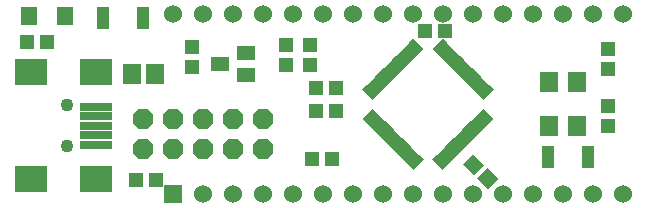
<source format=gts>
G75*
G70*
%OFA0B0*%
%FSLAX24Y24*%
%IPPOS*%
%LPD*%
%AMOC8*
5,1,8,0,0,1.08239X$1,22.5*
%
%ADD10R,0.0480X0.0200*%
%ADD11R,0.0200X0.0480*%
%ADD12R,0.0474X0.0513*%
%ADD13R,0.0513X0.0474*%
%ADD14R,0.0600X0.0600*%
%ADD15C,0.0600*%
%ADD16R,0.0592X0.0671*%
%ADD17R,0.0592X0.0710*%
%ADD18R,0.1064X0.0277*%
%ADD19R,0.1064X0.0867*%
%ADD20C,0.0434*%
%ADD21R,0.0631X0.0474*%
%ADD22OC8,0.0680*%
%ADD23R,0.0395X0.0749*%
%ADD24R,0.0552X0.0631*%
D10*
G36*
X012809Y004106D02*
X012471Y003768D01*
X012329Y003910D01*
X012667Y004248D01*
X012809Y004106D01*
G37*
G36*
X012951Y003965D02*
X012613Y003627D01*
X012471Y003769D01*
X012809Y004107D01*
X012951Y003965D01*
G37*
G36*
X013092Y003823D02*
X012754Y003485D01*
X012612Y003627D01*
X012950Y003965D01*
X013092Y003823D01*
G37*
G36*
X013234Y003682D02*
X012896Y003344D01*
X012754Y003486D01*
X013092Y003824D01*
X013234Y003682D01*
G37*
G36*
X013375Y003540D02*
X013037Y003202D01*
X012895Y003344D01*
X013233Y003682D01*
X013375Y003540D01*
G37*
G36*
X013517Y003399D02*
X013179Y003061D01*
X013037Y003203D01*
X013375Y003541D01*
X013517Y003399D01*
G37*
G36*
X013658Y003258D02*
X013320Y002920D01*
X013178Y003062D01*
X013516Y003400D01*
X013658Y003258D01*
G37*
G36*
X013799Y003116D02*
X013461Y002778D01*
X013319Y002920D01*
X013657Y003258D01*
X013799Y003116D01*
G37*
G36*
X013941Y002975D02*
X013603Y002637D01*
X013461Y002779D01*
X013799Y003117D01*
X013941Y002975D01*
G37*
G36*
X014082Y002833D02*
X013744Y002495D01*
X013602Y002637D01*
X013940Y002975D01*
X014082Y002833D01*
G37*
G36*
X014224Y002692D02*
X013886Y002354D01*
X013744Y002496D01*
X014082Y002834D01*
X014224Y002692D01*
G37*
G36*
X014365Y002550D02*
X014027Y002212D01*
X013885Y002354D01*
X014223Y002692D01*
X014365Y002550D01*
G37*
G36*
X016699Y004884D02*
X016361Y004546D01*
X016219Y004688D01*
X016557Y005026D01*
X016699Y004884D01*
G37*
G36*
X016557Y005025D02*
X016219Y004687D01*
X016077Y004829D01*
X016415Y005167D01*
X016557Y005025D01*
G37*
G36*
X016416Y005167D02*
X016078Y004829D01*
X015936Y004971D01*
X016274Y005309D01*
X016416Y005167D01*
G37*
G36*
X016274Y005308D02*
X015936Y004970D01*
X015794Y005112D01*
X016132Y005450D01*
X016274Y005308D01*
G37*
G36*
X016133Y005450D02*
X015795Y005112D01*
X015653Y005254D01*
X015991Y005592D01*
X016133Y005450D01*
G37*
G36*
X015991Y005591D02*
X015653Y005253D01*
X015511Y005395D01*
X015849Y005733D01*
X015991Y005591D01*
G37*
G36*
X015850Y005732D02*
X015512Y005394D01*
X015370Y005536D01*
X015708Y005874D01*
X015850Y005732D01*
G37*
G36*
X015709Y005874D02*
X015371Y005536D01*
X015229Y005678D01*
X015567Y006016D01*
X015709Y005874D01*
G37*
G36*
X015567Y006015D02*
X015229Y005677D01*
X015087Y005819D01*
X015425Y006157D01*
X015567Y006015D01*
G37*
G36*
X015426Y006157D02*
X015088Y005819D01*
X014946Y005961D01*
X015284Y006299D01*
X015426Y006157D01*
G37*
G36*
X015284Y006298D02*
X014946Y005960D01*
X014804Y006102D01*
X015142Y006440D01*
X015284Y006298D01*
G37*
G36*
X015143Y006440D02*
X014805Y006102D01*
X014663Y006244D01*
X015001Y006582D01*
X015143Y006440D01*
G37*
D11*
G36*
X014365Y006244D02*
X014223Y006102D01*
X013885Y006440D01*
X014027Y006582D01*
X014365Y006244D01*
G37*
G36*
X014224Y006102D02*
X014082Y005960D01*
X013744Y006298D01*
X013886Y006440D01*
X014224Y006102D01*
G37*
G36*
X014082Y005961D02*
X013940Y005819D01*
X013602Y006157D01*
X013744Y006299D01*
X014082Y005961D01*
G37*
G36*
X013941Y005819D02*
X013799Y005677D01*
X013461Y006015D01*
X013603Y006157D01*
X013941Y005819D01*
G37*
G36*
X013799Y005678D02*
X013657Y005536D01*
X013319Y005874D01*
X013461Y006016D01*
X013799Y005678D01*
G37*
G36*
X013658Y005536D02*
X013516Y005394D01*
X013178Y005732D01*
X013320Y005874D01*
X013658Y005536D01*
G37*
G36*
X013517Y005395D02*
X013375Y005253D01*
X013037Y005591D01*
X013179Y005733D01*
X013517Y005395D01*
G37*
G36*
X013375Y005254D02*
X013233Y005112D01*
X012895Y005450D01*
X013037Y005592D01*
X013375Y005254D01*
G37*
G36*
X013234Y005112D02*
X013092Y004970D01*
X012754Y005308D01*
X012896Y005450D01*
X013234Y005112D01*
G37*
G36*
X013092Y004971D02*
X012950Y004829D01*
X012612Y005167D01*
X012754Y005309D01*
X013092Y004971D01*
G37*
G36*
X012951Y004829D02*
X012809Y004687D01*
X012471Y005025D01*
X012613Y005167D01*
X012951Y004829D01*
G37*
G36*
X012809Y004688D02*
X012667Y004546D01*
X012329Y004884D01*
X012471Y005026D01*
X012809Y004688D01*
G37*
G36*
X016133Y003344D02*
X015991Y003202D01*
X015653Y003540D01*
X015795Y003682D01*
X016133Y003344D01*
G37*
G36*
X016274Y003486D02*
X016132Y003344D01*
X015794Y003682D01*
X015936Y003824D01*
X016274Y003486D01*
G37*
G36*
X016416Y003627D02*
X016274Y003485D01*
X015936Y003823D01*
X016078Y003965D01*
X016416Y003627D01*
G37*
G36*
X016557Y003769D02*
X016415Y003627D01*
X016077Y003965D01*
X016219Y004107D01*
X016557Y003769D01*
G37*
G36*
X016699Y003910D02*
X016557Y003768D01*
X016219Y004106D01*
X016361Y004248D01*
X016699Y003910D01*
G37*
G36*
X015991Y003203D02*
X015849Y003061D01*
X015511Y003399D01*
X015653Y003541D01*
X015991Y003203D01*
G37*
G36*
X015850Y003062D02*
X015708Y002920D01*
X015370Y003258D01*
X015512Y003400D01*
X015850Y003062D01*
G37*
G36*
X015709Y002920D02*
X015567Y002778D01*
X015229Y003116D01*
X015371Y003258D01*
X015709Y002920D01*
G37*
G36*
X015567Y002779D02*
X015425Y002637D01*
X015087Y002975D01*
X015229Y003117D01*
X015567Y002779D01*
G37*
G36*
X015426Y002637D02*
X015284Y002495D01*
X014946Y002833D01*
X015088Y002975D01*
X015426Y002637D01*
G37*
G36*
X015284Y002496D02*
X015142Y002354D01*
X014804Y002692D01*
X014946Y002834D01*
X015284Y002496D01*
G37*
G36*
X015143Y002354D02*
X015001Y002212D01*
X014663Y002550D01*
X014805Y002692D01*
X015143Y002354D01*
G37*
D12*
X020514Y003662D03*
X020514Y004332D03*
X020514Y005562D03*
X020514Y006232D03*
X010574Y006372D03*
X009774Y006372D03*
X009774Y005702D03*
X010574Y005702D03*
X006634Y005642D03*
X006634Y006312D03*
D13*
X010779Y004937D03*
X011449Y004937D03*
X011449Y004177D03*
X010779Y004177D03*
X010659Y002557D03*
X011329Y002557D03*
G36*
X016050Y002046D02*
X015689Y002407D01*
X016024Y002742D01*
X016385Y002381D01*
X016050Y002046D01*
G37*
G36*
X016524Y001572D02*
X016163Y001933D01*
X016498Y002268D01*
X016859Y001907D01*
X016524Y001572D01*
G37*
X005449Y001857D03*
X004779Y001857D03*
X001809Y006457D03*
X001139Y006457D03*
X014399Y006837D03*
X015069Y006837D03*
D14*
X006014Y001397D03*
D15*
X007014Y001397D03*
X008014Y001397D03*
X009014Y001397D03*
X010014Y001397D03*
X011014Y001397D03*
X012014Y001397D03*
X013014Y001397D03*
X014014Y001397D03*
X015014Y001397D03*
X016014Y001397D03*
X017014Y001397D03*
X018014Y001397D03*
X019014Y001397D03*
X020014Y001397D03*
X021014Y001397D03*
X021014Y007397D03*
X020014Y007397D03*
X019014Y007397D03*
X018014Y007397D03*
X017014Y007397D03*
X016014Y007397D03*
X015014Y007397D03*
X014014Y007397D03*
X013014Y007397D03*
X012014Y007397D03*
X011014Y007397D03*
X010014Y007397D03*
X009014Y007397D03*
X008014Y007397D03*
X007014Y007397D03*
X006014Y007397D03*
D16*
X005408Y005397D03*
X004660Y005397D03*
D17*
X018561Y005145D03*
X019467Y005145D03*
X019467Y003649D03*
X018561Y003649D03*
D18*
X003458Y003677D03*
X003458Y003992D03*
X003458Y004307D03*
X003458Y003362D03*
X003458Y003047D03*
D19*
X001293Y001905D03*
X003458Y001905D03*
X003458Y005449D03*
X001293Y005449D03*
D20*
X002474Y004366D03*
X002474Y002988D03*
D21*
X008447Y005363D03*
X007581Y005737D03*
X008447Y006111D03*
D22*
X008014Y003897D03*
X009014Y003897D03*
X007014Y003897D03*
X006014Y003897D03*
X005014Y003897D03*
X005014Y002897D03*
X006014Y002897D03*
X007014Y002897D03*
X008014Y002897D03*
X009014Y002897D03*
D23*
X018525Y002617D03*
X019863Y002617D03*
X005003Y007257D03*
X003665Y007257D03*
D24*
X002405Y007337D03*
X001223Y007337D03*
M02*

</source>
